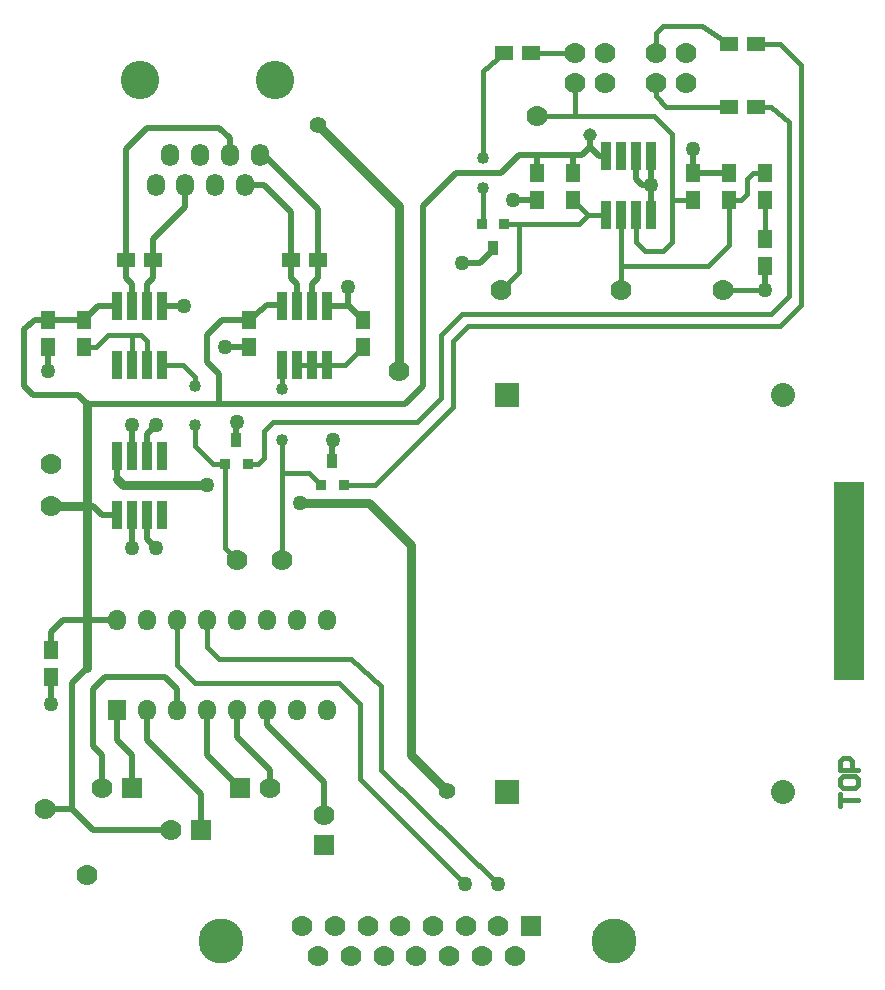
<source format=gtl>
%FSLAX24Y24*%
%MOIN*%
G70*
G01*
G75*
%ADD10R,0.0500X0.0600*%
%ADD11R,0.0320X0.0950*%
%ADD12R,0.0360X0.0360*%
%ADD13R,0.0600X0.0500*%
%ADD14R,0.0360X0.0500*%
%ADD15C,0.0200*%
%ADD16C,0.0150*%
%ADD17C,0.0300*%
%ADD18R,0.1000X0.6600*%
%ADD19R,0.0600X0.0700*%
%ADD20O,0.0600X0.0700*%
%ADD21C,0.0700*%
%ADD22C,0.1500*%
%ADD23R,0.0700X0.0700*%
%ADD24C,0.1280*%
%ADD25O,0.0600X0.0750*%
%ADD26R,0.0800X0.0800*%
%ADD27C,0.0800*%
%ADD28R,0.0650X0.0650*%
%ADD29C,0.0500*%
%ADD30C,0.0400*%
%ADD31C,0.0550*%
%ADD32C,0.0450*%
D10*
X131700Y95400D02*
D03*
Y94500D02*
D03*
X107800Y89600D02*
D03*
Y90500D02*
D03*
X114500Y89600D02*
D03*
Y90500D02*
D03*
X129300Y94500D02*
D03*
X131700Y93200D02*
D03*
X125300Y94500D02*
D03*
X131700Y92300D02*
D03*
X118300Y89600D02*
D03*
X109000D02*
D03*
X118300Y90500D02*
D03*
X129300Y95400D02*
D03*
X125300D02*
D03*
X109000Y90500D02*
D03*
X124100Y94500D02*
D03*
X107900Y78600D02*
D03*
X124100Y95400D02*
D03*
X107900Y79500D02*
D03*
X130500Y95400D02*
D03*
Y94500D02*
D03*
D11*
X116100Y89000D02*
D03*
X117100D02*
D03*
X115600Y90969D02*
D03*
X116100D02*
D03*
X116600D02*
D03*
X117100D02*
D03*
X115600Y89000D02*
D03*
X116600D02*
D03*
X110600Y84000D02*
D03*
X111600D02*
D03*
X110100Y85969D02*
D03*
X110600D02*
D03*
X111100D02*
D03*
X111600D02*
D03*
X110100Y84000D02*
D03*
X111100D02*
D03*
X127900Y95969D02*
D03*
X127400D02*
D03*
X126900D02*
D03*
X111100Y89000D02*
D03*
X110600D02*
D03*
X127900Y94000D02*
D03*
X126400Y95969D02*
D03*
X110100Y89000D02*
D03*
X126400Y94000D02*
D03*
X110100Y90969D02*
D03*
X111100D02*
D03*
X110600D02*
D03*
X127400Y94000D02*
D03*
X126900D02*
D03*
X111600Y90969D02*
D03*
Y89000D02*
D03*
D12*
X123000Y93700D02*
D03*
X113700Y85700D02*
D03*
X117650Y85000D02*
D03*
X114450Y85700D02*
D03*
X122250Y93700D02*
D03*
X116900Y85000D02*
D03*
D13*
X115900Y92500D02*
D03*
X116800D02*
D03*
X130500Y97600D02*
D03*
Y99700D02*
D03*
X131400D02*
D03*
Y97600D02*
D03*
X111300Y92500D02*
D03*
X110400D02*
D03*
X123900Y99400D02*
D03*
X123000D02*
D03*
D14*
X122620Y92900D02*
D03*
X114080Y86500D02*
D03*
X117280Y85800D02*
D03*
D15*
X107700Y74200D02*
X108600D01*
X113700Y89600D02*
X114500D01*
X115500Y91000D02*
X115600Y90969D01*
X109600Y84000D02*
X110100D01*
X109289Y84311D02*
X109600Y84000D01*
X109189Y84311D02*
X109289D01*
X130300Y91500D02*
X130400D01*
X121600Y92400D02*
X122200D01*
X120300Y88300D02*
Y94300D01*
X119700Y87700D02*
X120300Y88300D01*
X122200Y92400D02*
X122620Y92820D01*
Y92900D01*
X108800Y88000D02*
X109100Y87700D01*
X131700Y91500D02*
Y92300D01*
X107800Y88800D02*
Y89600D01*
X107900Y77700D02*
Y78600D01*
X107300Y88000D02*
X108800D01*
X126168Y95969D02*
X126400D01*
X125869Y96269D02*
X126168Y95969D01*
X125869Y96269D02*
Y96669D01*
X125600Y96000D02*
X125869Y96269D01*
X122900Y95400D02*
X123500Y96000D01*
X127900Y94000D02*
Y95969D01*
X127600Y95000D02*
X127900D01*
X127400Y95200D02*
X127600Y95000D01*
X127400Y95200D02*
Y95969D01*
X120300Y94300D02*
X121400Y95400D01*
X122900D01*
X114080Y87080D02*
X114100Y87100D01*
X114080Y86500D02*
Y87080D01*
X117800Y91000D02*
X118300Y90500D01*
X117800Y91000D02*
Y91600D01*
X113600Y90500D02*
X114500D01*
X113100Y90000D02*
X113600Y90500D01*
X113100Y89100D02*
Y90000D01*
Y89100D02*
X113500Y88700D01*
X129300Y95400D02*
X130500D01*
X129300D02*
Y96200D01*
X123300Y94500D02*
X124100D01*
X111100Y77500D02*
Y77500D01*
X113100Y76000D02*
Y77500D01*
Y76000D02*
X114200Y74900D01*
X114100Y76600D02*
Y77500D01*
Y76600D02*
X115200Y75500D01*
Y74900D02*
Y75500D01*
X115100Y77000D02*
Y77500D01*
Y77000D02*
X117000Y75100D01*
X117000Y74000D02*
X117000Y75100D01*
X111100Y85969D02*
Y86700D01*
X111400Y87000D01*
X110600Y85969D02*
Y87000D01*
Y82900D02*
Y84000D01*
X111100Y83200D02*
Y84000D01*
Y83200D02*
X111400Y82900D01*
X111300Y93200D02*
X112350Y94250D01*
Y95000D01*
X110400Y96200D02*
X111100Y96900D01*
X113500D01*
X113850Y96550D01*
Y96000D02*
Y96550D01*
X114400Y95000D02*
X115000D01*
X115900Y94100D01*
X114900Y96000D02*
X115000D01*
X116800Y94200D01*
X110400Y91900D02*
X110600Y91700D01*
Y90969D02*
Y91700D01*
X110400Y91900D02*
Y96200D01*
X111100Y91700D02*
X111300Y91900D01*
X111100Y90969D02*
Y91700D01*
X111300Y91900D02*
Y93200D01*
X109000Y90500D02*
X109468Y90969D01*
X110100D01*
X115900Y91900D02*
X116100Y91700D01*
Y90969D02*
Y91700D01*
X115900Y91900D02*
Y94100D01*
X116600Y91700D02*
X116800Y91900D01*
X116600Y90969D02*
Y91700D01*
X116800Y91900D02*
Y94200D01*
X114500Y90500D02*
X115100Y91000D01*
X115500D01*
X117100Y90969D02*
X117831D01*
X111600D02*
X112331D01*
X108600Y78400D02*
X109100Y78900D01*
X108600Y74200D02*
Y78400D01*
X107000Y90200D02*
X107350Y90500D01*
X107000Y88300D02*
Y90200D01*
Y88300D02*
X107300Y88000D01*
X110100Y85200D02*
Y85969D01*
X107900Y80100D02*
X108300Y80500D01*
X107900Y79500D02*
Y80100D01*
X117280Y85800D02*
Y86480D01*
X117300Y86500D01*
X110100Y76500D02*
Y77500D01*
Y76500D02*
X110600Y76000D01*
Y74900D02*
Y76000D01*
X112100Y77500D02*
Y78200D01*
X111700Y78600D02*
X112100Y78200D01*
X109700Y78600D02*
X111700D01*
X109300Y78200D02*
X109700Y78600D01*
X109300Y76300D02*
Y78200D01*
Y76300D02*
X109600Y76000D01*
Y74900D02*
Y76000D01*
X111100Y76500D02*
Y77500D01*
Y76500D02*
X112900Y74700D01*
Y73500D02*
Y74700D01*
X108600Y74200D02*
X109300Y73500D01*
X111900D01*
X113500Y87700D02*
Y88700D01*
X124100Y95400D02*
Y96000D01*
X125300Y95400D02*
Y96000D01*
X108300Y80500D02*
X110100D01*
X107350Y90500D02*
X109000D01*
X109100Y87700D02*
X119700D01*
X123500Y96000D02*
X125600D01*
D16*
X131300Y95400D02*
X131700D01*
X130500Y94500D02*
X130900D01*
X131100Y95200D02*
X131300Y95400D01*
X131100Y94700D02*
Y95200D01*
X130900Y94500D02*
X131100Y94700D01*
X124100Y97300D02*
X128000D01*
X130900Y91500D02*
X131700D01*
X130400D02*
X130900D01*
X123500Y93700D02*
X125500D01*
X123000D02*
X123500D01*
Y92100D02*
Y93700D01*
X122900Y91500D02*
X123500Y92100D01*
X123900Y99400D02*
X125350D01*
X122300Y98800D02*
X123000Y99400D01*
X122300Y95900D02*
Y98800D01*
Y93800D02*
Y94900D01*
X122250Y93750D02*
X122300Y93800D01*
X122250Y93700D02*
Y93750D01*
X131700Y93200D02*
Y94500D01*
X126900Y91500D02*
Y94000D01*
X128600Y94500D02*
Y96700D01*
Y93100D02*
Y94500D01*
X128300Y92800D02*
X128600Y93100D01*
Y94500D02*
X129300D01*
X125300Y97300D02*
X125350Y97350D01*
Y98400D01*
X129900Y100100D02*
X130500Y99700D01*
X129600Y100300D02*
X129900Y100100D01*
X128300Y100300D02*
X129600D01*
X128050Y100050D02*
X128300Y100300D01*
X128050Y99400D02*
Y100050D01*
X130500Y93000D02*
Y94500D01*
X129800Y92300D02*
X130500Y93000D01*
X121800Y90300D02*
X132200D01*
X132900Y91000D01*
Y99000D01*
X132200Y99700D02*
X132900Y99000D01*
X131400Y99700D02*
X132200D01*
X121600Y90700D02*
X131900D01*
X131400Y97600D02*
X131900D01*
X132500Y97100D01*
Y91300D02*
Y97100D01*
X131900Y90700D02*
X132500Y91300D01*
X115300Y87100D02*
X120100D01*
X120900Y87900D01*
X115000Y86800D02*
X115300Y87100D01*
X115000Y85900D02*
Y86800D01*
X114800Y85700D02*
X115000Y85900D01*
X114450Y85700D02*
X114800D01*
X113300D02*
X113700D01*
X112700Y86300D02*
X113300Y85700D01*
X113700Y82900D02*
Y85700D01*
X128400Y97600D02*
X129500D01*
X129800D01*
X130500D01*
X125500Y93700D02*
X125800Y94000D01*
X121300Y89800D02*
X121800Y90300D01*
X112700Y86300D02*
Y87000D01*
X113700Y82900D02*
X114100Y82500D01*
X120900Y90000D02*
X121600Y90700D01*
X118900Y75500D02*
X122810Y71690D01*
X118200Y75200D02*
X121720Y71680D01*
X121300Y87600D02*
Y89800D01*
X120900Y87900D02*
Y90000D01*
X126900Y94000D02*
X126900Y94000D01*
X125800Y94000D02*
X126400D01*
X125300Y94500D02*
X125800Y94000D01*
X128000Y97300D02*
X128600Y96700D01*
X128050Y97950D02*
Y98400D01*
Y97950D02*
X128400Y97600D01*
X109000Y89600D02*
X109400D01*
X109800Y90000D01*
X110600Y90000D02*
X110600Y90000D01*
X110600Y89000D02*
Y90000D01*
X111100Y89000D02*
Y89800D01*
X110900Y90000D02*
X111100Y89800D01*
X109800Y90000D02*
X110900D01*
X117700Y89000D02*
X118300Y89600D01*
X116100Y89000D02*
X117700D01*
X112100Y79000D02*
Y80500D01*
Y79000D02*
X112700Y78400D01*
X117500D01*
X118200Y77700D01*
Y75200D02*
Y77700D01*
X118900Y75500D02*
Y78300D01*
X117900Y79200D02*
X118900Y78300D01*
X113500Y79200D02*
X117900D01*
X113100Y79600D02*
X113500Y79200D01*
X113100Y79600D02*
Y80500D01*
X126900Y92300D02*
X129800D01*
X127400Y93100D02*
Y94000D01*
Y93100D02*
X127700Y92800D01*
X128300D01*
X112700Y88300D02*
Y88600D01*
X112300Y89000D02*
X112700Y88600D01*
X111600Y89000D02*
X112300D01*
X115600Y88200D02*
Y89000D01*
X116500Y85400D02*
X116900Y85000D01*
X115600Y85400D02*
X116500D01*
X115600Y82500D02*
Y86500D01*
X117650Y85000D02*
X118700D01*
X121300Y87600D01*
X134200Y74300D02*
Y74700D01*
Y74500D01*
X134800D01*
X134200Y75200D02*
Y75000D01*
X134300Y74900D01*
X134700D01*
X134800Y75000D01*
Y75200D01*
X134700Y75300D01*
X134300D01*
X134200Y75200D01*
X134800Y75500D02*
X134200D01*
Y75800D01*
X134300Y75899D01*
X134500D01*
X134600Y75800D01*
Y75500D01*
D17*
X119500Y88800D02*
Y92500D01*
X119900Y76000D02*
Y83000D01*
X119500Y92500D02*
Y94300D01*
X118500Y84400D02*
X119900Y83000D01*
X116800Y97000D02*
X119500Y94300D01*
X110300Y85000D02*
X113100D01*
X110100Y85200D02*
X110300Y85000D01*
X116200Y84400D02*
X118500D01*
X119900Y76000D02*
X121100Y74800D01*
X109100Y84300D02*
X109189Y84311D01*
X107900D02*
X109189D01*
X109100Y78900D02*
Y87700D01*
D18*
X134500Y81800D02*
D03*
D19*
X110100Y77500D02*
D03*
D20*
X111100D02*
D03*
X112100Y77500D02*
D03*
X113100D02*
D03*
X114100D02*
D03*
X115100Y77500D02*
D03*
X116100D02*
D03*
X117100Y77500D02*
D03*
X117100Y80500D02*
D03*
X116100D02*
D03*
X115100Y80500D02*
D03*
X114100D02*
D03*
X113100Y80500D02*
D03*
X112100Y80500D02*
D03*
X111100D02*
D03*
X110100D02*
D03*
D21*
X107900Y84311D02*
D03*
Y85689D02*
D03*
X118990Y69300D02*
D03*
X121170D02*
D03*
X122260D02*
D03*
X123350D02*
D03*
X118450Y70300D02*
D03*
X120630D02*
D03*
X119540Y70300D02*
D03*
X117360Y70300D02*
D03*
X116270Y70300D02*
D03*
X121720D02*
D03*
X122810Y70300D02*
D03*
X117900Y69300D02*
D03*
X116810D02*
D03*
X120080D02*
D03*
X107700Y74200D02*
D03*
X122900Y91500D02*
D03*
X130300D02*
D03*
X114100Y82500D02*
D03*
X124100Y97300D02*
D03*
X126900Y91500D02*
D03*
X109600Y74900D02*
D03*
X111900Y73500D02*
D03*
X115200Y74900D02*
D03*
X117000Y74000D02*
D03*
X126350Y99400D02*
D03*
Y98400D02*
D03*
X125350Y99400D02*
D03*
Y98400D02*
D03*
X129050Y99400D02*
D03*
Y98400D02*
D03*
X128050Y99400D02*
D03*
Y98400D02*
D03*
X115600Y82500D02*
D03*
X109100Y72000D02*
D03*
X119500Y88800D02*
D03*
D22*
X113550Y69800D02*
D03*
X126650Y69800D02*
D03*
D23*
X123900Y70300D02*
D03*
D24*
X110850Y98500D02*
D03*
X115350D02*
D03*
D25*
X111850Y96000D02*
D03*
X111400Y95000D02*
D03*
X112350Y95000D02*
D03*
X113850Y96000D02*
D03*
X113350Y95000D02*
D03*
X112850Y96000D02*
D03*
X114850Y96000D02*
D03*
X114350Y95000D02*
D03*
D26*
X123100Y74750D02*
D03*
Y88000D02*
D03*
D27*
X132300Y74750D02*
D03*
Y88000D02*
D03*
D28*
X110600Y74900D02*
D03*
X112900Y73500D02*
D03*
X114200Y74900D02*
D03*
X117000Y73000D02*
D03*
D29*
X122810Y71690D02*
D03*
X121700Y71700D02*
D03*
X121600Y92400D02*
D03*
X116200Y84400D02*
D03*
X131700Y91500D02*
D03*
X107800Y88800D02*
D03*
X107900Y77700D02*
D03*
X113100Y85000D02*
D03*
X117300Y86500D02*
D03*
X114100Y87100D02*
D03*
X129300Y96200D02*
D03*
X127900Y95000D02*
D03*
X123300Y94500D02*
D03*
X111400Y87000D02*
D03*
X110600D02*
D03*
Y82900D02*
D03*
X111400D02*
D03*
X117800Y91600D02*
D03*
X113700Y89600D02*
D03*
X112331Y90969D02*
D03*
D30*
X122300Y95900D02*
D03*
Y94900D02*
D03*
X112700Y87000D02*
D03*
Y88300D02*
D03*
X115600Y88200D02*
D03*
Y86500D02*
D03*
D31*
X116800Y97000D02*
D03*
X121100Y74800D02*
D03*
D32*
X125869Y96669D02*
D03*
M02*

</source>
